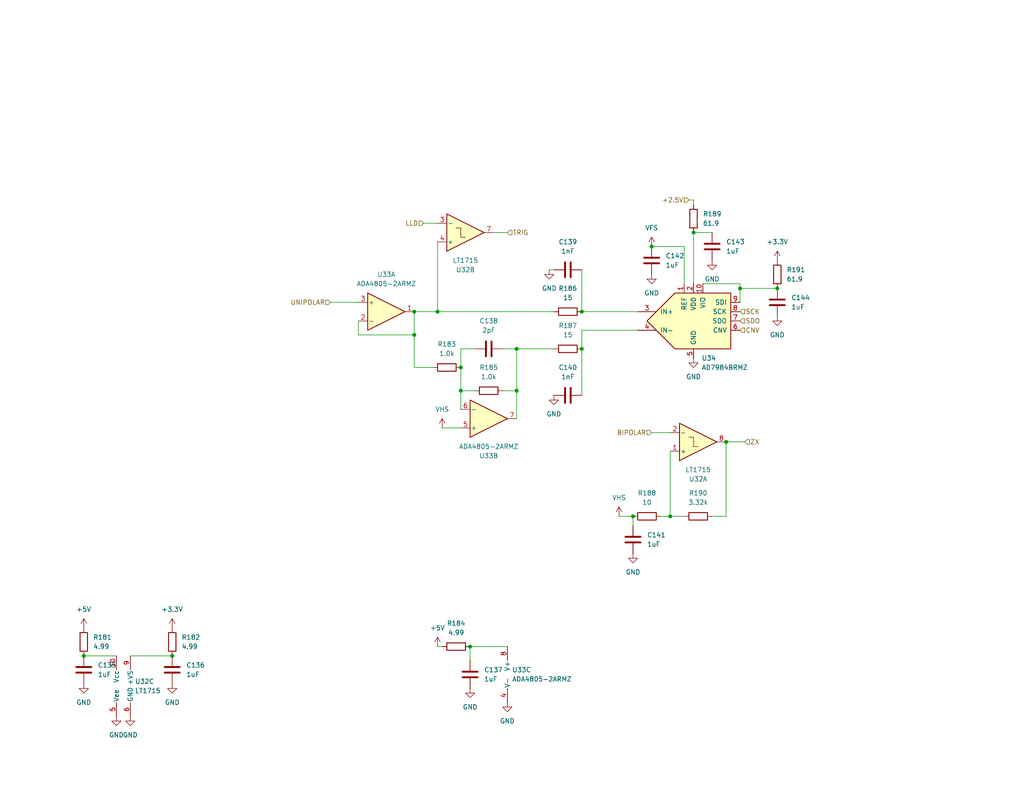
<source format=kicad_sch>
(kicad_sch (version 20231120) (generator "eeschema") (generator_version "8.0")
  (paper "USLetter")
  (title_block (title "QuERI MPU") (date "2024-07-10") (rev "Draft") (company "Noqsi Aerospace Ltd") (comment 1 "15 Blanchard Avenue, Billerica MA 01821") (comment 2 "jpd@noqsi.com"))
  (lib_symbols
    (symbol "QuERI_symbols:+2.5F" (power) (pin_names (offset 0))
      (property "Value" "+2.5F" (at 0 3.556 0))
      (symbol "+2.5F_0_1"
        (polyline (pts (xy -0.762 1.27) (xy 0 2.54)))
        (polyline (pts (xy 0 0) (xy 0 2.54)))
        (polyline (pts (xy 0 2.54) (xy 0.762 1.27)))
      )
      (symbol "+2.5F_1_1"
        (pin power_in line (at 0 0 90) (length 0) hide (name "+2.5F") (number "1"))
      )
    )
    (symbol "QuERI_symbols:AD7984BRMZ" (pin_names (offset 1.016))
      (property "Reference" "U" (at 5.08 8.89 0))
      (property "Value" "AD7984BRMZ" (at 7.62 -8.89 0))
      (symbol "AD7984BRMZ_1_1"
        (polyline (pts (xy -5.08 7.62) (xy -12.7 0) (xy -5.08 -7.62) (xy 10.16 -7.62) (xy 10.16 7.62) (xy -5.08 7.62)) (stroke (width 0.254)) (fill (type background)))
        (pin input line (at -2.54 10.16 270) (length 2.54) (name "REF") (number "1"))
        (pin power_in line (at 2.54 10.16 270) (length 2.54) (name "VIO") (number "10"))
        (pin power_in line (at 0 10.16 270) (length 2.54) (name "VDD") (number "2"))
        (pin input line (at -15.24 2.54 0) (length 5.08) (name "IN+") (number "3"))
        (pin input line (at -15.24 -2.54 0) (length 5.08) (name "IN-") (number "4"))
        (pin power_in line (at 0 -10.16 90) (length 2.54) (name "GND") (number "5"))
        (pin input line (at 12.7 -2.54 180) (length 2.54) (name "CNV") (number "6"))
        (pin output line (at 12.7 0 180) (length 2.54) (name "SDO") (number "7"))
        (pin input line (at 12.7 2.54 180) (length 2.54) (name "SCK") (number "8"))
        (pin input line (at 12.7 5.08 180) (length 2.54) (name "SDI") (number "9"))
      )
    )
    (symbol "QuERI_symbols:ADA4805-2ARMZ" (pin_names (offset 0.127))
      (property "Reference" "U" (at 0 5.08 0))
      (property "Value" "ADA4805-2ARMZ" (at 0 -5.08 0))
      (symbol "ADA4805-2ARMZ_1_1"
        (polyline (pts (xy -5.08 5.08) (xy 5.08 0) (xy -5.08 -5.08) (xy -5.08 5.08)) (stroke (width 0.254)) (fill (type background)))
        (pin output line (at 7.62 0 180) (length 2.54) (name "~") (number "1"))
        (pin input line (at -7.62 -2.54 0) (length 2.54) (name "-") (number "2"))
        (pin input line (at -7.62 2.54 0) (length 2.54) (name "+") (number "3"))
      )
      (symbol "ADA4805-2ARMZ_2_1"
        (polyline (pts (xy -5.08 5.08) (xy 5.08 0) (xy -5.08 -5.08) (xy -5.08 5.08)) (stroke (width 0.254)) (fill (type background)))
        (pin input line (at -7.62 2.54 0) (length 2.54) (name "+") (number "5"))
        (pin input line (at -7.62 -2.54 0) (length 2.54) (name "-") (number "6"))
        (pin output line (at 7.62 0 180) (length 2.54) (name "~") (number "7"))
      )
      (symbol "ADA4805-2ARMZ_3_1"
        (pin power_in line (at -2.54 -7.62 90) (length 3.81) (name "V-") (number "4"))
        (pin power_in line (at -2.54 7.62 270) (length 3.81) (name "V+") (number "8"))
      )
    )
    (symbol "QuERI_symbols:C" (pin_numbers hide) (pin_names (offset 0.254))
      (property "Reference" "C" (at 0.635 2.54 0))
      (property "Value" "1uF" (at 0.635 -2.54 0))
      (symbol "C_0_1"
        (polyline (pts (xy -2.032 -0.762) (xy 2.032 -0.762)) (stroke (width 0.508)))
        (polyline (pts (xy -2.032 0.762) (xy 2.032 0.762)) (stroke (width 0.508)))
      )
      (symbol "C_1_1"
        (pin passive line (at 0 3.81 270) (length 2.794) (name "~") (number "1"))
        (pin passive line (at 0 -3.81 90) (length 2.794) (name "~") (number "2"))
      )
    )
    (symbol "QuERI_symbols:Csmall" (pin_numbers hide) (pin_names (offset 0.254))
      (property "Reference" "C" (at 0.635 2.54 0))
      (property "Value" "Csmall" (at 0.635 -2.54 0))
      (symbol "Csmall_0_1"
        (polyline (pts (xy -2.032 -0.762) (xy 2.032 -0.762)) (stroke (width 0.508)))
        (polyline (pts (xy -2.032 0.762) (xy 2.032 0.762)) (stroke (width 0.508)))
      )
      (symbol "Csmall_1_1"
        (pin passive line (at 0 3.81 270) (length 2.794) (name "~") (number "1"))
        (pin passive line (at 0 -3.81 90) (length 2.794) (name "~") (number "2"))
      )
    )
    (symbol "QuERI_symbols:LT1715" (pin_names (offset 0.127))
      (property "Reference" "U" (at 3.81 3.81 0))
      (property "Value" "LT1715" (at 6.35 -3.81 0))
      (symbol "LT1715_1_1"
        (polyline (pts (xy -5.08 5.08) (xy 5.08 0) (xy -5.08 -5.08) (xy -5.08 5.08)) (stroke (width 0.254)) (fill (type background)))
        (polyline (pts (xy -2.54 -1.27) (xy -1.27 -1.27) (xy -1.27 1.27) (xy 0 1.27)))
        (pin input line (at -7.62 2.54 0) (length 2.54) (name "+") (number "1"))
        (pin input line (at -7.62 -2.54 0) (length 2.54) (name "-") (number "2"))
        (pin output line (at 7.62 0 180) (length 2.54) (name "~") (number "8"))
      )
      (symbol "LT1715_2_1"
        (polyline (pts (xy -5.08 5.08) (xy 5.08 0) (xy -5.08 -5.08) (xy -5.08 5.08)) (stroke (width 0.254)) (fill (type background)))
        (polyline (pts (xy -2.54 -1.27) (xy -1.27 -1.27) (xy -1.27 1.27) (xy 0 1.27)))
        (pin input line (at -7.62 -2.54 0) (length 2.54) (name "-") (number "3"))
        (pin input line (at -7.62 2.54 0) (length 2.54) (name "+") (number "4"))
        (pin output line (at 7.62 0 180) (length 2.54) (name "~") (number "7"))
      )
      (symbol "LT1715_3_1"
        (pin power_in line (at -2.54 8.89 270) (length 3.81) (name "Vcc") (number "10"))
        (pin power_in line (at -2.54 -7.62 90) (length 3.81) (name "Vee") (number "5"))
        (pin power_in line (at 1.27 -7.62 90) (length 3.81) (name "GND") (number "6"))
        (pin power_in line (at 1.27 8.89 270) (length 3.81) (name "+VS") (number "9"))
      )
    )
    (symbol "QuERI_symbols:Rlowp" (pin_numbers hide) (pin_names (offset 0))
      (property "Reference" "R" (at 2.032 0 90))
      (property "Value" "Rlowp" (at 0 0 90))
      (symbol "Rlowp_0_1"
        (rectangle (start -1.016 -2.54) (end 1.016 2.54) (stroke (width 0.254)))
      )
      (symbol "Rlowp_1_1"
        (pin passive line (at 0 3.81 270) (length 1.27) (name "~") (number "1"))
        (pin passive line (at 0 -3.81 90) (length 1.27) (name "~") (number "2"))
      )
    )
    (symbol "power:+3.3V" (power) (pin_numbers hide) (pin_names (offset 0) hide)
      (property "Value" "+3.3V" (at 0 3.556 0))
      (symbol "+3.3V_0_1"
        (polyline (pts (xy -0.762 1.27) (xy 0 2.54)))
        (polyline (pts (xy 0 0) (xy 0 2.54)))
        (polyline (pts (xy 0 2.54) (xy 0.762 1.27)))
      )
      (symbol "+3.3V_1_1"
        (pin power_in line (at 0 0 90) (length 0) (name "~") (number "1"))
      )
    )
    (symbol "power:+5V" (power) (pin_numbers hide) (pin_names (offset 0) hide)
      (property "Value" "+5V" (at 0 3.556 0))
      (symbol "+5V_0_1"
        (polyline (pts (xy -0.762 1.27) (xy 0 2.54)))
        (polyline (pts (xy 0 0) (xy 0 2.54)))
        (polyline (pts (xy 0 2.54) (xy 0.762 1.27)))
      )
      (symbol "+5V_1_1"
        (pin power_in line (at 0 0 90) (length 0) (name "~") (number "1"))
      )
    )
    (symbol "power:GND" (power) (pin_numbers hide) (pin_names (offset 0) hide)
      (property "Value" "GND" (at 0 -3.81 0))
      (symbol "GND_0_1"
        (polyline (pts (xy 0 0) (xy 0 -1.27) (xy 1.27 -1.27) (xy 0 -2.54) (xy -1.27 -1.27) (xy 0 -1.27)))
      )
      (symbol "GND_1_1"
        (pin power_in line (at 0 0 270) (length 0) (name "~") (number "1"))
      )
    )
  )
  (junction (at 119.38 85.09))
  (junction (at 212.09 78.74))
  (junction (at 189.23 63.5))
  (junction (at 182.88 140.97))
  (junction (at 201.93 78.74))
  (junction (at 158.75 85.09))
  (junction (at 125.73 100.33))
  (junction (at 22.86 179.07))
  (junction (at 172.72 140.97))
  (junction (at 140.97 106.68))
  (junction (at 198.12 120.65))
  (junction (at 177.8 67.31))
  (junction (at 46.99 179.07))
  (junction (at 140.97 95.25))
  (junction (at 128.27 176.53))
  (junction (at 125.73 106.68))
  (junction (at 158.75 95.25))
  (junction (at 113.03 91.44))
  (junction (at 113.03 85.09))
  (wire (pts (xy 129.54 106.68) (xy 125.73 106.68)))
  (wire (pts (xy 149.86 73.66) (xy 151.13 73.66)))
  (wire (pts (xy 140.97 95.25) (xy 137.16 95.25)))
  (wire (pts (xy 186.69 67.31) (xy 177.8 67.31)))
  (wire (pts (xy 97.79 91.44) (xy 113.03 91.44)))
  (wire (pts (xy 191.77 77.47) (xy 201.93 77.47)))
  (wire (pts (xy 119.38 66.04) (xy 119.38 85.09)))
  (wire (pts (xy 119.38 176.53) (xy 120.65 176.53)))
  (wire (pts (xy 134.62 63.5) (xy 138.43 63.5)))
  (wire (pts (xy 198.12 120.65) (xy 203.2 120.65)))
  (wire (pts (xy 113.03 100.33) (xy 118.11 100.33)))
  (wire (pts (xy 158.75 73.66) (xy 158.75 85.09)))
  (wire (pts (xy 189.23 63.5) (xy 189.23 77.47)))
  (wire (pts (xy 201.93 77.47) (xy 201.93 78.74)))
  (wire (pts (xy 180.34 140.97) (xy 182.88 140.97)))
  (wire (pts (xy 113.03 91.44) (xy 113.03 100.33)))
  (wire (pts (xy 194.31 140.97) (xy 198.12 140.97)))
  (wire (pts (xy 140.97 95.25) (xy 151.13 95.25)))
  (wire (pts (xy 140.97 106.68) (xy 137.16 106.68)))
  (wire (pts (xy 177.8 118.11) (xy 182.88 118.11)))
  (wire (pts (xy 113.03 85.09) (xy 119.38 85.09)))
  (wire (pts (xy 189.23 55.88) (xy 189.23 54.61)))
  (wire (pts (xy 186.69 77.47) (xy 186.69 67.31)))
  (wire (pts (xy 22.86 179.07) (xy 31.75 179.07)))
  (wire (pts (xy 140.97 114.3) (xy 140.97 106.68)))
  (wire (pts (xy 128.27 176.53) (xy 128.27 180.34)))
  (wire (pts (xy 201.93 78.74) (xy 212.09 78.74)))
  (wire (pts (xy 90.17 82.55) (xy 97.79 82.55)))
  (wire (pts (xy 140.97 95.25) (xy 140.97 106.68)))
  (wire (pts (xy 158.75 85.09) (xy 173.99 85.09)))
  (wire (pts (xy 189.23 54.61) (xy 187.96 54.61)))
  (wire (pts (xy 182.88 140.97) (xy 186.69 140.97)))
  (wire (pts (xy 173.99 90.17) (xy 158.75 90.17)))
  (wire (pts (xy 172.72 140.97) (xy 172.72 143.51)))
  (wire (pts (xy 128.27 176.53) (xy 138.43 176.53)))
  (wire (pts (xy 198.12 140.97) (xy 198.12 120.65)))
  (wire (pts (xy 158.75 95.25) (xy 158.75 107.95)))
  (wire (pts (xy 125.73 106.68) (xy 125.73 111.76)))
  (wire (pts (xy 189.23 63.5) (xy 194.31 63.5)))
  (wire (pts (xy 201.93 78.74) (xy 201.93 82.55)))
  (wire (pts (xy 120.65 116.84) (xy 125.73 116.84)))
  (wire (pts (xy 125.73 100.33) (xy 125.73 106.68)))
  (wire (pts (xy 158.75 90.17) (xy 158.75 95.25)))
  (wire (pts (xy 182.88 123.19) (xy 182.88 140.97)))
  (wire (pts (xy 113.03 91.44) (xy 113.03 85.09)))
  (wire (pts (xy 125.73 95.25) (xy 125.73 100.33)))
  (wire (pts (xy 129.54 95.25) (xy 125.73 95.25)))
  (wire (pts (xy 35.56 179.07) (xy 46.99 179.07)))
  (wire (pts (xy 119.38 85.09) (xy 151.13 85.09)))
  (wire (pts (xy 168.91 140.97) (xy 172.72 140.97)))
  (wire (pts (xy 97.79 87.63) (xy 97.79 91.44)))
  (wire (pts (xy 115.57 60.96) (xy 119.38 60.96)))
  (hierarchical_label "TRIG" (shape input) (at 138.43 63.5 0))
  (hierarchical_label "CNV" (shape input) (at 201.93 90.17 0))
  (hierarchical_label "+2.5V" (shape input) (at 187.96 54.61 180))
  (hierarchical_label "UNIPOLAR" (shape input) (at 90.17 82.55 180))
  (hierarchical_label "BIPOLAR" (shape input) (at 177.8 118.11 180))
  (hierarchical_label "SDO" (shape input) (at 201.93 87.63 0))
  (hierarchical_label "SCK" (shape input) (at 201.93 85.09 0))
  (hierarchical_label "ZX" (shape input) (at 203.2 120.65 0))
  (hierarchical_label "LLD" (shape input) (at 115.57 60.96 180))
  (symbol (lib_id "power:GND") (at 31.75 195.58 0) (unit 1)
    (property "Reference" "#PWR0270" (effects (hide yes)))
    (property "Value" "GND" (at 31.75 200.66 0))
    (property "Description" "Power symbol creates a global label with name \"GND\" , ground" (effects (hide yes)))
    (instances (project "MPU" (path "" (reference "#PWR0270") (unit 1)) (path "" (reference "#PWR0316") (unit 1)) (path "" (reference "#PWR0230") (unit 1)) (path "" (reference "#PWR0250") (unit 1))))
  )
  (symbol (lib_id "QuERI_symbols:C") (at 194.31 67.31 0) (unit 1)
    (property "Reference" "C143" (at 198.12 66.04 0) (effects (justify left)))
    (property "Value" "1uF" (at 198.12 68.58 0) (effects (justify left)))
    (property "Footprint" "Capacitor_SMD:C_0805_2012Metric" (effects (hide yes)))
    (property "Description" "Unpolarized capacitor" (effects (hide yes)))
    (property "Spec" "16WVDC X7R" (effects (hide yes)))
    (instances (project "MPU" (path "" (reference "C143") (unit 1)) (path "" (reference "C227") (unit 1)) (path "" (reference "C123") (unit 1)) (path "" (reference "C133") (unit 1))))
  )
  (symbol (lib_id "QuERI_symbols:Csmall") (at 154.94 107.95 90) (unit 1)
    (property "Reference" "C140" (at 154.94 100.33 90))
    (property "Value" "1nF" (at 154.94 102.87 90))
    (property "Footprint" "Capacitor_SMD:C_0603_1608Metric" (effects (hide yes)))
    (property "Description" "Unpolarized capacitor" (effects (hide yes)))
    (property "Spec" "50WVDC C0G" (effects (hide yes)))
    (instances (project "MPU" (path "" (reference "C140") (unit 1)) (path "" (reference "C224") (unit 1)) (path "" (reference "C120") (unit 1)) (path "" (reference "C130") (unit 1))))
  )
  (symbol (lib_id "QuERI_symbols:ADA4805-2ARMZ") (at 133.35 114.3 0) (mirror x) (unit 2)
    (property "Reference" "U33" (at 133.35 124.46 0))
    (property "Value" "ADA4805-2ARMZ" (at 133.35 121.92 0))
    (property "Footprint" "Package_SO:MSOP-8_3x3mm_P0.65mm" (effects (hide yes)))
    (property "Datasheet" "https://www.analog.com/media/en/technical-documentation/data-sheets/ADA4805-1_4805-2.pdf" (effects (hide yes)))
    (property "Description" "Dual Operational Amplifiers, DIP-8/SOIC-8/TSSOP-8/VSSOP-8" (effects (hide yes)))
    (instances (project "MPU" (path "" (reference "U33") (unit 2)) (path "" (reference "U38") (unit 2)) (path "" (reference "U27") (unit 2)) (path "" (reference "U30") (unit 2))))
  )
  (symbol (lib_id "QuERI_symbols:C") (at 128.27 184.15 0) (unit 1)
    (property "Reference" "C137" (at 132.08 182.88 0) (effects (justify left)))
    (property "Value" "1uF" (at 132.08 185.42 0) (effects (justify left)))
    (property "Footprint" "Capacitor_SMD:C_0805_2012Metric" (effects (hide yes)))
    (property "Description" "Unpolarized capacitor" (effects (hide yes)))
    (property "Spec" "16WVDC X7R" (effects (hide yes)))
    (instances (project "MPU" (path "" (reference "C137") (unit 1)) (path "" (reference "C221") (unit 1)) (path "" (reference "C117") (unit 1)) (path "" (reference "C127") (unit 1))))
  )
  (symbol (lib_id "QuERI_symbols:C") (at 212.09 82.55 0) (unit 1)
    (property "Reference" "C144" (at 215.9 81.28 0) (effects (justify left)))
    (property "Value" "1uF" (at 215.9 83.82 0) (effects (justify left)))
    (property "Footprint" "Capacitor_SMD:C_0805_2012Metric" (effects (hide yes)))
    (property "Description" "Unpolarized capacitor" (effects (hide yes)))
    (property "Spec" "16WVDC X7R" (effects (hide yes)))
    (instances (project "MPU" (path "" (reference "C144") (unit 1)) (path "" (reference "C228") (unit 1)) (path "" (reference "C124") (unit 1)) (path "" (reference "C134") (unit 1))))
  )
  (symbol (lib_id "QuERI_symbols:Rlowp") (at 154.94 95.25 90) (unit 1)
    (property "Reference" "R187" (at 154.94 88.9 90))
    (property "Value" "15" (at 154.94 91.44 90))
    (property "Footprint" "Resistor_SMD:R_0603_1608Metric" (effects (hide yes)))
    (property "Description" "Resistor" (effects (hide yes)))
    (property "Spec" "1% 1/10W" (effects (hide yes)))
    (instances (project "MPU" (path "" (reference "R187") (unit 1)) (path "" (reference "R216") (unit 1)) (path "" (reference "R165") (unit 1)) (path "" (reference "R176") (unit 1))))
  )
  (symbol (lib_id "power:GND") (at 172.72 151.13 0) (unit 1)
    (property "Reference" "#PWR0281" (effects (hide yes)))
    (property "Value" "GND" (at 172.72 156.21 0))
    (property "Description" "Power symbol creates a global label with name \"GND\" , ground" (effects (hide yes)))
    (instances (project "MPU" (path "" (reference "#PWR0281") (unit 1)) (path "" (reference "#PWR0327") (unit 1)) (path "" (reference "#PWR0241") (unit 1)) (path "" (reference "#PWR0261") (unit 1))))
  )
  (symbol (lib_id "power:GND") (at 22.86 186.69 0) (unit 1)
    (property "Reference" "#PWR0269" (effects (hide yes)))
    (property "Value" "GND" (at 22.86 191.77 0))
    (property "Description" "Power symbol creates a global label with name \"GND\" , ground" (effects (hide yes)))
    (instances (project "MPU" (path "" (reference "#PWR0269") (unit 1)) (path "" (reference "#PWR0315") (unit 1)) (path "" (reference "#PWR0229") (unit 1)) (path "" (reference "#PWR0249") (unit 1))))
  )
  (symbol (lib_id "QuERI_symbols:ADA4805-2ARMZ") (at 140.97 184.15 0) (unit 3)
    (property "Reference" "U33" (at 139.7 182.88 0) (effects (justify left)))
    (property "Value" "ADA4805-2ARMZ" (at 139.7 185.42 0) (effects (justify left)))
    (property "Footprint" "Package_SO:MSOP-8_3x3mm_P0.65mm" (effects (hide yes)))
    (property "Datasheet" "https://www.analog.com/media/en/technical-documentation/data-sheets/ADA4805-1_4805-2.pdf" (effects (hide yes)))
    (property "Description" "Dual Operational Amplifiers, DIP-8/SOIC-8/TSSOP-8/VSSOP-8" (effects (hide yes)))
    (instances (project "MPU" (path "" (reference "U33") (unit 3)) (path "" (reference "U38") (unit 3)) (path "" (reference "U27") (unit 3)) (path "" (reference "U30") (unit 3))))
  )
  (symbol (lib_id "QuERI_symbols:Csmall") (at 133.35 95.25 90) (unit 1)
    (property "Reference" "C138" (at 133.35 87.63 90))
    (property "Value" "2pF" (at 133.35 90.17 90))
    (property "Footprint" "Capacitor_SMD:C_0603_1608Metric" (effects (hide yes)))
    (property "Description" "Unpolarized capacitor" (effects (hide yes)))
    (property "Spec" "50WVDC C0G" (effects (hide yes)))
    (instances (project "MPU" (path "" (reference "C138") (unit 1)) (path "" (reference "C222") (unit 1)) (path "" (reference "C118") (unit 1)) (path "" (reference "C128") (unit 1))))
  )
  (symbol (lib_id "power:+3.3V") (at 46.99 171.45 0) (unit 1)
    (property "Reference" "#PWR0272" (effects (hide yes)))
    (property "Value" "+3.3V" (at 46.99 166.37 0))
    (property "Description" "Power symbol creates a global label with name \"+3.3V\"" (effects (hide yes)))
    (instances (project "MPU" (path "" (reference "#PWR0272") (unit 1)) (path "" (reference "#PWR0318") (unit 1)) (path "" (reference "#PWR0232") (unit 1)) (path "" (reference "#PWR0252") (unit 1))))
  )
  (symbol (lib_id "power:GND") (at 212.09 86.36 0) (unit 1)
    (property "Reference" "#PWR0287" (effects (hide yes)))
    (property "Value" "GND" (at 212.09 91.44 0))
    (property "Description" "Power symbol creates a global label with name \"GND\" , ground" (effects (hide yes)))
    (instances (project "MPU" (path "" (reference "#PWR0287") (unit 1)) (path "" (reference "#PWR0333") (unit 1)) (path "" (reference "#PWR0247") (unit 1)) (path "" (reference "#PWR0267") (unit 1))))
  )
  (symbol (lib_id "QuERI_symbols:ADA4805-2ARMZ") (at 105.41 85.09 0) (unit 1)
    (property "Reference" "U33" (at 105.41 74.93 0))
    (property "Value" "ADA4805-2ARMZ" (at 105.41 77.47 0))
    (property "Footprint" "Package_SO:MSOP-8_3x3mm_P0.65mm" (effects (hide yes)))
    (property "Datasheet" "https://www.analog.com/media/en/technical-documentation/data-sheets/ADA4805-1_4805-2.pdf" (effects (hide yes)))
    (property "Description" "Dual Operational Amplifiers, DIP-8/SOIC-8/TSSOP-8/VSSOP-8" (effects (hide yes)))
    (instances (project "MPU" (path "" (reference "U33") (unit 1)) (path "" (reference "U38") (unit 1)) (path "" (reference "U27") (unit 1)) (path "" (reference "U30") (unit 1))))
  )
  (symbol (lib_id "QuERI_symbols:Rlowp") (at 124.46 176.53 90) (unit 1)
    (property "Reference" "R184" (at 124.46 170.18 90))
    (property "Value" "4.99" (at 124.46 172.72 90))
    (property "Footprint" "Resistor_SMD:R_0603_1608Metric" (effects (hide yes)))
    (property "Description" "Resistor" (effects (hide yes)))
    (property "Spec" "1% 1/10W" (effects (hide yes)))
    (instances (project "MPU" (path "" (reference "R184") (unit 1)) (path "" (reference "R213") (unit 1)) (path "" (reference "R162") (unit 1)) (path "" (reference "R173") (unit 1))))
  )
  (symbol (lib_id "power:+5V") (at 22.86 171.45 0) (unit 1)
    (property "Reference" "#PWR0268" (effects (hide yes)))
    (property "Value" "+5V" (at 22.86 166.37 0))
    (property "Description" "Power symbol creates a global label with name \"+5V\"" (effects (hide yes)))
    (instances (project "MPU" (path "" (reference "#PWR0268") (unit 1)) (path "" (reference "#PWR0314") (unit 1)) (path "" (reference "#PWR0228") (unit 1)) (path "" (reference "#PWR0248") (unit 1))))
  )
  (symbol (lib_id "QuERI_symbols:Rlowp") (at 154.94 85.09 90) (unit 1)
    (property "Reference" "R186" (at 154.94 78.74 90))
    (property "Value" "15" (at 154.94 81.28 90))
    (property "Footprint" "Resistor_SMD:R_0603_1608Metric" (effects (hide yes)))
    (property "Description" "Resistor" (effects (hide yes)))
    (property "Spec" "1% 1/10W" (effects (hide yes)))
    (instances (project "MPU" (path "" (reference "R186") (unit 1)) (path "" (reference "R215") (unit 1)) (path "" (reference "R164") (unit 1)) (path "" (reference "R175") (unit 1))))
  )
  (symbol (lib_id "power:GND") (at 177.8 74.93 0) (unit 1)
    (property "Reference" "#PWR0283" (effects (hide yes)))
    (property "Value" "GND" (at 177.8 80.01 0))
    (property "Description" "Power symbol creates a global label with name \"GND\" , ground" (effects (hide yes)))
    (instances (project "MPU" (path "" (reference "#PWR0283") (unit 1)) (path "" (reference "#PWR0329") (unit 1)) (path "" (reference "#PWR0243") (unit 1)) (path "" (reference "#PWR0263") (unit 1))))
  )
  (symbol (lib_id "power:GND") (at 151.13 107.95 0) (unit 1)
    (property "Reference" "#PWR0279" (effects (hide yes)))
    (property "Value" "GND" (at 151.13 113.03 0))
    (property "Description" "Power symbol creates a global label with name \"GND\" , ground" (effects (hide yes)))
    (instances (project "MPU" (path "" (reference "#PWR0279") (unit 1)) (path "" (reference "#PWR0325") (unit 1)) (path "" (reference "#PWR0239") (unit 1)) (path "" (reference "#PWR0259") (unit 1))))
  )
  (symbol (lib_id "power:+3.3V") (at 212.09 71.12 0) (unit 1)
    (property "Reference" "#PWR0286" (effects (hide yes)))
    (property "Value" "+3.3V" (at 212.09 66.04 0))
    (property "Description" "Power symbol creates a global label with name \"+3.3V\"" (effects (hide yes)))
    (instances (project "MPU" (path "" (reference "#PWR0286") (unit 1)) (path "" (reference "#PWR0332") (unit 1)) (path "" (reference "#PWR0246") (unit 1)) (path "" (reference "#PWR0266") (unit 1))))
  )
  (symbol (lib_id "power:GND") (at 149.86 73.66 0) (unit 1)
    (property "Reference" "#PWR0278" (effects (hide yes)))
    (property "Value" "GND" (at 149.86 78.74 0))
    (property "Description" "Power symbol creates a global label with name \"GND\" , ground" (effects (hide yes)))
    (instances (project "MPU" (path "" (reference "#PWR0278") (unit 1)) (path "" (reference "#PWR0324") (unit 1)) (path "" (reference "#PWR0238") (unit 1)) (path "" (reference "#PWR0258") (unit 1))))
  )
  (symbol (lib_id "QuERI_symbols:Rlowp") (at 189.23 59.69 0) (unit 1)
    (property "Reference" "R189" (at 191.77 58.42 0) (effects (justify left)))
    (property "Value" "61.9" (at 191.77 60.96 0) (effects (justify left)))
    (property "Footprint" "Resistor_SMD:R_0603_1608Metric" (effects (hide yes)))
    (property "Description" "Resistor" (effects (hide yes)))
    (property "Spec" "1% 1/10W" (effects (hide yes)))
    (instances (project "MPU" (path "" (reference "R189") (unit 1)) (path "" (reference "R218") (unit 1)) (path "" (reference "R167") (unit 1)) (path "" (reference "R178") (unit 1))))
  )
  (symbol (lib_id "QuERI_symbols:Rlowp") (at 176.53 140.97 90) (unit 1)
    (property "Reference" "R188" (at 176.53 134.62 90))
    (property "Value" "10" (at 176.53 137.16 90))
    (property "Footprint" "Resistor_SMD:R_0603_1608Metric" (effects (hide yes)))
    (property "Description" "Resistor" (effects (hide yes)))
    (property "Spec" "1% 1/10W" (effects (hide yes)))
    (instances (project "MPU" (path "" (reference "R188") (unit 1)) (path "" (reference "R217") (unit 1)) (path "" (reference "R166") (unit 1)) (path "" (reference "R177") (unit 1))))
  )
  (symbol (lib_id "QuERI_symbols:+2.5F") (at 120.65 116.84 0) (unit 1)
    (property "Reference" "#PWR0275" (effects (hide yes)))
    (property "Value" "VHS" (at 120.65 111.76 0))
    (property "Description" "Power symbol creates a global label with name \"+2.5F\"" (effects (hide yes)))
    (instances (project "MPU" (path "" (reference "#PWR0275") (unit 1)) (path "" (reference "#PWR0321") (unit 1)) (path "" (reference "#PWR0235") (unit 1)) (path "" (reference "#PWR0255") (unit 1))))
  )
  (symbol (lib_id "QuERI_symbols:C") (at 46.99 182.88 0) (unit 1)
    (property "Reference" "C136" (at 50.8 181.61 0) (effects (justify left)))
    (property "Value" "1uF" (at 50.8 184.15 0) (effects (justify left)))
    (property "Footprint" "Capacitor_SMD:C_0805_2012Metric" (effects (hide yes)))
    (property "Description" "Unpolarized capacitor" (effects (hide yes)))
    (property "Spec" "16WVDC X7R" (effects (hide yes)))
    (instances (project "MPU" (path "" (reference "C136") (unit 1)) (path "" (reference "C220") (unit 1)) (path "" (reference "C116") (unit 1)) (path "" (reference "C126") (unit 1))))
  )
  (symbol (lib_id "QuERI_symbols:C") (at 22.86 182.88 0) (unit 1)
    (property "Reference" "C135" (at 26.67 181.61 0) (effects (justify left)))
    (property "Value" "1uF" (at 26.67 184.15 0) (effects (justify left)))
    (property "Footprint" "Capacitor_SMD:C_0805_2012Metric" (effects (hide yes)))
    (property "Description" "Unpolarized capacitor" (effects (hide yes)))
    (property "Spec" "16WVDC X7R" (effects (hide yes)))
    (instances (project "MPU" (path "" (reference "C135") (unit 1)) (path "" (reference "C219") (unit 1)) (path "" (reference "C115") (unit 1)) (path "" (reference "C125") (unit 1))))
  )
  (symbol (lib_id "QuERI_symbols:LT1715") (at 190.5 120.65 0) (mirror x) (unit 1)
    (property "Reference" "U32" (at 190.5 130.81 0))
    (property "Value" "LT1715" (at 190.5 128.27 0))
    (property "Footprint" "Package_SO:MSOP-10_3x3mm_P0.5mm" (effects (hide yes)))
    (property "Datasheet" "https://www.analog.com/media/en/technical-documentation/data-sheets/1715fa.pdf" (effects (hide yes)))
    (property "Description" "Fast Dual Comparator, MSOP-10" (effects (hide yes)))
    (instances (project "MPU" (path "" (reference "U32") (unit 1)) (path "" (reference "U37") (unit 1)) (path "" (reference "U26") (unit 1)) (path "" (reference "U29") (unit 1))))
  )
  (symbol (lib_id "power:GND") (at 128.27 187.96 0) (unit 1)
    (property "Reference" "#PWR0276" (effects (hide yes)))
    (property "Value" "GND" (at 128.27 193.04 0))
    (property "Description" "Power symbol creates a global label with name \"GND\" , ground" (effects (hide yes)))
    (instances (project "MPU" (path "" (reference "#PWR0276") (unit 1)) (path "" (reference "#PWR0322") (unit 1)) (path "" (reference "#PWR0236") (unit 1)) (path "" (reference "#PWR0256") (unit 1))))
  )
  (symbol (lib_id "QuERI_symbols:C") (at 177.8 71.12 0) (unit 1)
    (property "Reference" "C142" (at 181.61 69.85 0) (effects (justify left)))
    (property "Value" "1uF" (at 181.61 72.39 0) (effects (justify left)))
    (property "Footprint" "Capacitor_SMD:C_0805_2012Metric" (effects (hide yes)))
    (property "Description" "Unpolarized capacitor" (effects (hide yes)))
    (property "Spec" "16WVDC X7R" (effects (hide yes)))
    (instances (project "MPU" (path "" (reference "C142") (unit 1)) (path "" (reference "C226") (unit 1)) (path "" (reference "C122") (unit 1)) (path "" (reference "C132") (unit 1))))
  )
  (symbol (lib_id "power:GND") (at 194.31 71.12 0) (unit 1)
    (property "Reference" "#PWR0285" (effects (hide yes)))
    (property "Value" "GND" (at 194.31 76.2 0))
    (property "Description" "Power symbol creates a global label with name \"GND\" , ground" (effects (hide yes)))
    (instances (project "MPU" (path "" (reference "#PWR0285") (unit 1)) (path "" (reference "#PWR0331") (unit 1)) (path "" (reference "#PWR0245") (unit 1)) (path "" (reference "#PWR0265") (unit 1))))
  )
  (symbol (lib_id "QuERI_symbols:Csmall") (at 154.94 73.66 90) (unit 1)
    (property "Reference" "C139" (at 154.94 66.04 90))
    (property "Value" "1nF" (at 154.94 68.58 90))
    (property "Footprint" "Capacitor_SMD:C_0603_1608Metric" (effects (hide yes)))
    (property "Description" "Unpolarized capacitor" (effects (hide yes)))
    (property "Spec" "50WVDC C0G" (effects (hide yes)))
    (instances (project "MPU" (path "" (reference "C139") (unit 1)) (path "" (reference "C223") (unit 1)) (path "" (reference "C119") (unit 1)) (path "" (reference "C129") (unit 1))))
  )
  (symbol (lib_id "QuERI_symbols:C") (at 172.72 147.32 0) (unit 1)
    (property "Reference" "C141" (at 176.53 146.05 0) (effects (justify left)))
    (property "Value" "1uF" (at 176.53 148.59 0) (effects (justify left)))
    (property "Footprint" "Capacitor_SMD:C_0805_2012Metric" (effects (hide yes)))
    (property "Description" "Unpolarized capacitor" (effects (hide yes)))
    (property "Spec" "16WVDC X7R" (effects (hide yes)))
    (instances (project "MPU" (path "" (reference "C141") (unit 1)) (path "" (reference "C225") (unit 1)) (path "" (reference "C121") (unit 1)) (path "" (reference "C131") (unit 1))))
  )
  (symbol (lib_id "QuERI_symbols:Rlowp") (at 212.09 74.93 0) (unit 1)
    (property "Reference" "R191" (at 214.63 73.66 0) (effects (justify left)))
    (property "Value" "61.9" (at 214.63 76.2 0) (effects (justify left)))
    (property "Footprint" "Resistor_SMD:R_0603_1608Metric" (effects (hide yes)))
    (property "Description" "Resistor" (effects (hide yes)))
    (property "Spec" "1% 1/10W" (effects (hide yes)))
    (instances (project "MPU" (path "" (reference "R191") (unit 1)) (path "" (reference "R220") (unit 1)) (path "" (reference "R169") (unit 1)) (path "" (reference "R180") (unit 1))))
  )
  (symbol (lib_id "QuERI_symbols:+2.5F") (at 177.8 67.31 0) (unit 1)
    (property "Reference" "#PWR0282" (effects (hide yes)))
    (property "Value" "VFS" (at 177.8 62.23 0))
    (property "Description" "Power symbol creates a global label with name \"+2.5F\"" (effects (hide yes)))
    (instances (project "MPU" (path "" (reference "#PWR0282") (unit 1)) (path "" (reference "#PWR0328") (unit 1)) (path "" (reference "#PWR0242") (unit 1)) (path "" (reference "#PWR0262") (unit 1))))
  )
  (symbol (lib_id "QuERI_symbols:Rlowp") (at 22.86 175.26 0) (unit 1)
    (property "Reference" "R181" (at 25.4 173.99 0) (effects (justify left)))
    (property "Value" "4.99" (at 25.4 176.53 0) (effects (justify left)))
    (property "Footprint" "Resistor_SMD:R_0603_1608Metric" (effects (hide yes)))
    (property "Description" "Resistor" (effects (hide yes)))
    (property "Spec" "1% 1/10W" (effects (hide yes)))
    (instances (project "MPU" (path "" (reference "R181") (unit 1)) (path "" (reference "R210") (unit 1)) (path "" (reference "R159") (unit 1)) (path "" (reference "R170") (unit 1))))
  )
  (symbol (lib_id "QuERI_symbols:Rlowp") (at 121.92 100.33 90) (unit 1)
    (property "Reference" "R183" (at 121.92 93.98 90))
    (property "Value" "1.0k" (at 121.92 96.52 90))
    (property "Footprint" "Resistor_SMD:R_0603_1608Metric" (effects (hide yes)))
    (property "Description" "Resistor" (effects (hide yes)))
    (property "Spec" "1% 1/10W" (effects (hide yes)))
    (instances (project "MPU" (path "" (reference "R183") (unit 1)) (path "" (reference "R212") (unit 1)) (path "" (reference "R161") (unit 1)) (path "" (reference "R172") (unit 1))))
  )
  (symbol (lib_id "QuERI_symbols:Rlowp") (at 46.99 175.26 0) (unit 1)
    (property "Reference" "R182" (at 49.53 173.99 0) (effects (justify left)))
    (property "Value" "4.99" (at 49.53 176.53 0) (effects (justify left)))
    (property "Footprint" "Resistor_SMD:R_0603_1608Metric" (effects (hide yes)))
    (property "Description" "Resistor" (effects (hide yes)))
    (property "Spec" "1% 1/10W" (effects (hide yes)))
    (instances (project "MPU" (path "" (reference "R182") (unit 1)) (path "" (reference "R211") (unit 1)) (path "" (reference "R160") (unit 1)) (path "" (reference "R171") (unit 1))))
  )
  (symbol (lib_id "QuERI_symbols:AD7984BRMZ") (at 189.23 87.63 0) (unit 1)
    (property "Reference" "U34" (at 191.4241 97.79 0) (effects (justify left)))
    (property "Value" "AD7984BRMZ" (at 191.4241 100.33 0) (effects (justify left)))
    (property "Footprint" "Package_SO:MSOP-10_3x3mm_P0.5mm" (effects (hide yes)))
    (property "Datasheet" "https://www.analog.com/media/en/technical-documentation/data-sheets/AD7984.pdf" (effects (hide yes)))
    (property "Description" "18-Bit, 1.33 MSPS, Differential SAR ADC, MSOP-10" (effects (hide yes)))
    (instances (project "MPU" (path "" (reference "U34") (unit 1)) (path "" (reference "U39") (unit 1)) (path "" (reference "U28") (unit 1)) (path "" (reference "U31") (unit 1))))
  )
  (symbol (lib_id "power:GND") (at 138.43 191.77 0) (unit 1)
    (property "Reference" "#PWR0277" (effects (hide yes)))
    (property "Value" "GND" (at 138.43 196.85 0))
    (property "Description" "Power symbol creates a global label with name \"GND\" , ground" (effects (hide yes)))
    (instances (project "MPU" (path "" (reference "#PWR0277") (unit 1)) (path "" (reference "#PWR0323") (unit 1)) (path "" (reference "#PWR0237") (unit 1)) (path "" (reference "#PWR0257") (unit 1))))
  )
  (symbol (lib_id "QuERI_symbols:Rlowp") (at 133.35 106.68 90) (unit 1)
    (property "Reference" "R185" (at 133.35 100.33 90))
    (property "Value" "1.0k" (at 133.35 102.87 90))
    (property "Footprint" "Resistor_SMD:R_0603_1608Metric" (effects (hide yes)))
    (property "Description" "Resistor" (effects (hide yes)))
    (property "Spec" "1% 1/10W" (effects (hide yes)))
    (instances (project "MPU" (path "" (reference "R185") (unit 1)) (path "" (reference "R214") (unit 1)) (path "" (reference "R163") (unit 1)) (path "" (reference "R174") (unit 1))))
  )
  (symbol (lib_id "power:GND") (at 46.99 186.69 0) (unit 1)
    (property "Reference" "#PWR0273" (effects (hide yes)))
    (property "Value" "GND" (at 46.99 191.77 0))
    (property "Description" "Power symbol creates a global label with name \"GND\" , ground" (effects (hide yes)))
    (instances (project "MPU" (path "" (reference "#PWR0273") (unit 1)) (path "" (reference "#PWR0319") (unit 1)) (path "" (reference "#PWR0233") (unit 1)) (path "" (reference "#PWR0253") (unit 1))))
  )
  (symbol (lib_id "power:GND") (at 189.23 97.79 0) (unit 1)
    (property "Reference" "#PWR0284" (effects (hide yes)))
    (property "Value" "GND" (at 189.23 102.87 0))
    (property "Description" "Power symbol creates a global label with name \"GND\" , ground" (effects (hide yes)))
    (instances (project "MPU" (path "" (reference "#PWR0284") (unit 1)) (path "" (reference "#PWR0330") (unit 1)) (path "" (reference "#PWR0244") (unit 1)) (path "" (reference "#PWR0264") (unit 1))))
  )
  (symbol (lib_id "QuERI_symbols:+2.5F") (at 168.91 140.97 0) (unit 1)
    (property "Reference" "#PWR0280" (effects (hide yes)))
    (property "Value" "VHS" (at 168.91 135.89 0))
    (property "Description" "Power symbol creates a global label with name \"+2.5F\"" (effects (hide yes)))
    (instances (project "MPU" (path "" (reference "#PWR0280") (unit 1)) (path "" (reference "#PWR0326") (unit 1)) (path "" (reference "#PWR0240") (unit 1)) (path "" (reference "#PWR0260") (unit 1))))
  )
  (symbol (lib_id "power:+5V") (at 119.38 176.53 0) (unit 1)
    (property "Reference" "#PWR0274" (effects (hide yes)))
    (property "Value" "+5V" (at 119.38 171.45 0))
    (property "Description" "Power symbol creates a global label with name \"+5V\"" (effects (hide yes)))
    (instances (project "MPU" (path "" (reference "#PWR0274") (unit 1)) (path "" (reference "#PWR0320") (unit 1)) (path "" (reference "#PWR0234") (unit 1)) (path "" (reference "#PWR0254") (unit 1))))
  )
  (symbol (lib_id "QuERI_symbols:LT1715") (at 127 63.5 0) (mirror x) (unit 2)
    (property "Reference" "U32" (at 127 73.66 0))
    (property "Value" "LT1715" (at 127 71.12 0))
    (property "Footprint" "Package_SO:MSOP-10_3x3mm_P0.5mm" (effects (hide yes)))
    (property "Datasheet" "https://www.analog.com/media/en/technical-documentation/data-sheets/1715fa.pdf" (effects (hide yes)))
    (property "Description" "Fast Dual Comparator, MSOP-10" (effects (hide yes)))
    (instances (project "MPU" (path "" (reference "U32") (unit 2)) (path "" (reference "U37") (unit 2)) (path "" (reference "U26") (unit 2)) (path "" (reference "U29") (unit 2))))
  )
  (symbol (lib_id "QuERI_symbols:LT1715") (at 34.29 187.96 0) (unit 3)
    (property "Reference" "U32" (at 36.83 186.055 0) (effects (justify left)))
    (property "Value" "LT1715" (at 36.83 188.595 0) (effects (justify left)))
    (property "Footprint" "Package_SO:MSOP-10_3x3mm_P0.5mm" (effects (hide yes)))
    (property "Datasheet" "https://www.analog.com/media/en/technical-documentation/data-sheets/1715fa.pdf" (effects (hide yes)))
    (property "Description" "Fast Dual Comparator, MSOP-10" (effects (hide yes)))
    (instances (project "MPU" (path "" (reference "U32") (unit 3)) (path "" (reference "U37") (unit 3)) (path "" (reference "U26") (unit 3)) (path "" (reference "U29") (unit 3))))
  )
  (symbol (lib_id "QuERI_symbols:Rlowp") (at 190.5 140.97 90) (unit 1)
    (property "Reference" "R190" (at 190.5 134.62 90))
    (property "Value" "3.32k" (at 190.5 137.16 90))
    (property "Footprint" "Resistor_SMD:R_0603_1608Metric" (effects (hide yes)))
    (property "Description" "Resistor" (effects (hide yes)))
    (property "Spec" "1% 1/10W" (effects (hide yes)))
    (instances (project "MPU" (path "" (reference "R190") (unit 1)) (path "" (reference "R219") (unit 1)) (path "" (reference "R168") (unit 1)) (path "" (reference "R179") (unit 1))))
  )
  (symbol (lib_id "power:GND") (at 35.56 195.58 0) (unit 1)
    (property "Reference" "#PWR0271" (effects (hide yes)))
    (property "Value" "GND" (at 35.56 200.66 0))
    (property "Description" "Power symbol creates a global label with name \"GND\" , ground" (effects (hide yes)))
    (instances (project "MPU" (path "" (reference "#PWR0271") (unit 1)) (path "" (reference "#PWR0317") (unit 1)) (path "" (reference "#PWR0231") (unit 1)) (path "" (reference "#PWR0251") (unit 1))))
  )
)
</source>
